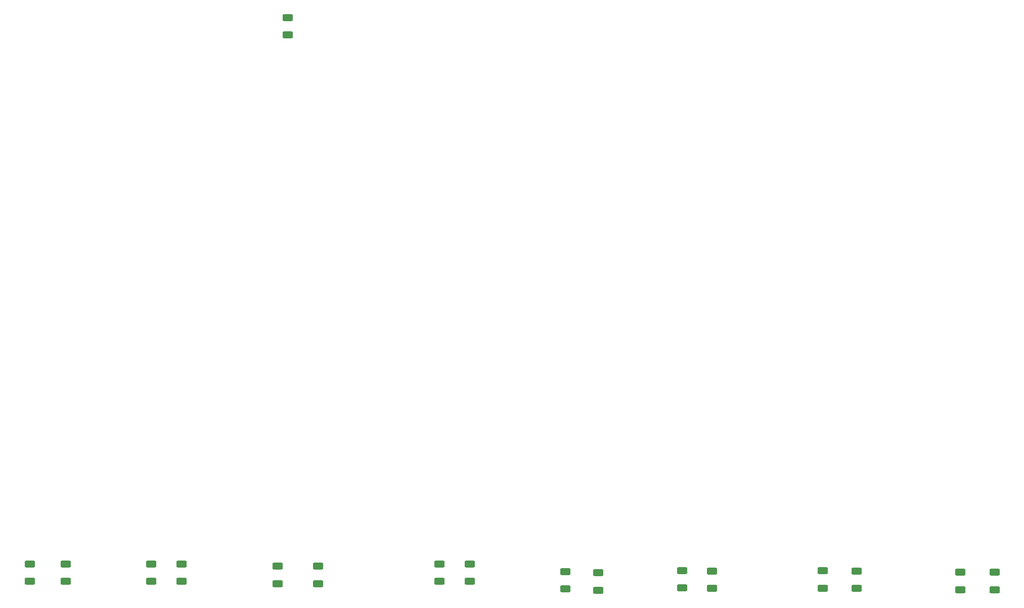
<source format=gbr>
%TF.GenerationSoftware,KiCad,Pcbnew,(6.0.1)*%
%TF.CreationDate,2022-04-06T01:57:14-07:00*%
%TF.ProjectId,EllieBoard,456c6c69-6542-46f6-9172-642e6b696361,rev?*%
%TF.SameCoordinates,Original*%
%TF.FileFunction,Paste,Top*%
%TF.FilePolarity,Positive*%
%FSLAX46Y46*%
G04 Gerber Fmt 4.6, Leading zero omitted, Abs format (unit mm)*
G04 Created by KiCad (PCBNEW (6.0.1)) date 2022-04-06 01:57:14*
%MOMM*%
%LPD*%
G01*
G04 APERTURE LIST*
G04 Aperture macros list*
%AMRoundRect*
0 Rectangle with rounded corners*
0 $1 Rounding radius*
0 $2 $3 $4 $5 $6 $7 $8 $9 X,Y pos of 4 corners*
0 Add a 4 corners polygon primitive as box body*
4,1,4,$2,$3,$4,$5,$6,$7,$8,$9,$2,$3,0*
0 Add four circle primitives for the rounded corners*
1,1,$1+$1,$2,$3*
1,1,$1+$1,$4,$5*
1,1,$1+$1,$6,$7*
1,1,$1+$1,$8,$9*
0 Add four rect primitives between the rounded corners*
20,1,$1+$1,$2,$3,$4,$5,0*
20,1,$1+$1,$4,$5,$6,$7,0*
20,1,$1+$1,$6,$7,$8,$9,0*
20,1,$1+$1,$8,$9,$2,$3,0*%
G04 Aperture macros list end*
%ADD10RoundRect,0.250000X-0.625000X0.312500X-0.625000X-0.312500X0.625000X-0.312500X0.625000X0.312500X0*%
%ADD11RoundRect,0.250000X0.625000X-0.312500X0.625000X0.312500X-0.625000X0.312500X-0.625000X-0.312500X0*%
G04 APERTURE END LIST*
D10*
%TO.C,R15*%
X133985000Y-144395000D03*
X133985000Y-147320000D03*
%TD*%
%TO.C,R4*%
X93345000Y-143317500D03*
X93345000Y-146242500D03*
%TD*%
%TO.C,R17*%
X66296168Y-143666926D03*
X66296168Y-146591926D03*
%TD*%
D11*
%TO.C,R1*%
X30850000Y-146242500D03*
X30850000Y-143317500D03*
%TD*%
%TO.C,R12*%
X186323986Y-147602162D03*
X186323986Y-144677162D03*
%TD*%
%TO.C,R3*%
X98425000Y-146242500D03*
X98425000Y-143317500D03*
%TD*%
D10*
%TO.C,R9*%
X67945000Y-51685000D03*
X67945000Y-54610000D03*
%TD*%
D11*
%TO.C,R5*%
X163210890Y-147422837D03*
X163210890Y-144497837D03*
%TD*%
%TO.C,R10*%
X50165000Y-146242500D03*
X50165000Y-143317500D03*
%TD*%
%TO.C,R14*%
X139028114Y-147425553D03*
X139028114Y-144500553D03*
%TD*%
%TO.C,R16*%
X73025000Y-146591926D03*
X73025000Y-143666926D03*
%TD*%
D10*
%TO.C,R6*%
X157567400Y-144460952D03*
X157567400Y-147385952D03*
%TD*%
%TO.C,R2*%
X24765000Y-143317500D03*
X24765000Y-146242500D03*
%TD*%
%TO.C,R8*%
X114480658Y-144585992D03*
X114480658Y-147510992D03*
%TD*%
D11*
%TO.C,R7*%
X119964311Y-147696047D03*
X119964311Y-144771047D03*
%TD*%
D10*
%TO.C,R13*%
X45085000Y-143317500D03*
X45085000Y-146242500D03*
%TD*%
%TO.C,R11*%
X180569838Y-144714047D03*
X180569838Y-147639047D03*
%TD*%
M02*

</source>
